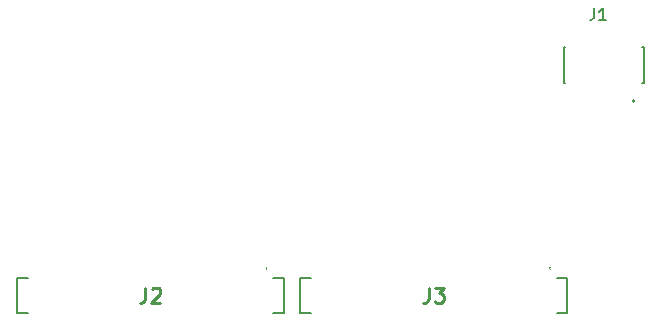
<source format=gbr>
%TF.GenerationSoftware,KiCad,Pcbnew,7.0.7*%
%TF.CreationDate,2024-02-27T20:23:58-08:00*%
%TF.ProjectId,PCBranch,50434272-616e-4636-982e-6b696361645f,rev?*%
%TF.SameCoordinates,Original*%
%TF.FileFunction,Legend,Top*%
%TF.FilePolarity,Positive*%
%FSLAX46Y46*%
G04 Gerber Fmt 4.6, Leading zero omitted, Abs format (unit mm)*
G04 Created by KiCad (PCBNEW 7.0.7) date 2024-02-27 20:23:58*
%MOMM*%
%LPD*%
G01*
G04 APERTURE LIST*
%ADD10C,0.254000*%
%ADD11C,0.150000*%
%ADD12C,0.200000*%
%ADD13C,0.100000*%
G04 APERTURE END LIST*
D10*
X32661667Y-55304318D02*
X32661667Y-56211461D01*
X32661667Y-56211461D02*
X32601190Y-56392889D01*
X32601190Y-56392889D02*
X32480238Y-56513842D01*
X32480238Y-56513842D02*
X32298809Y-56574318D01*
X32298809Y-56574318D02*
X32177857Y-56574318D01*
X33205952Y-55425270D02*
X33266428Y-55364794D01*
X33266428Y-55364794D02*
X33387381Y-55304318D01*
X33387381Y-55304318D02*
X33689762Y-55304318D01*
X33689762Y-55304318D02*
X33810714Y-55364794D01*
X33810714Y-55364794D02*
X33871190Y-55425270D01*
X33871190Y-55425270D02*
X33931667Y-55546222D01*
X33931667Y-55546222D02*
X33931667Y-55667175D01*
X33931667Y-55667175D02*
X33871190Y-55848603D01*
X33871190Y-55848603D02*
X33145476Y-56574318D01*
X33145476Y-56574318D02*
X33931667Y-56574318D01*
X56661667Y-55304318D02*
X56661667Y-56211461D01*
X56661667Y-56211461D02*
X56601190Y-56392889D01*
X56601190Y-56392889D02*
X56480238Y-56513842D01*
X56480238Y-56513842D02*
X56298809Y-56574318D01*
X56298809Y-56574318D02*
X56177857Y-56574318D01*
X57145476Y-55304318D02*
X57931667Y-55304318D01*
X57931667Y-55304318D02*
X57508333Y-55788127D01*
X57508333Y-55788127D02*
X57689762Y-55788127D01*
X57689762Y-55788127D02*
X57810714Y-55848603D01*
X57810714Y-55848603D02*
X57871190Y-55909080D01*
X57871190Y-55909080D02*
X57931667Y-56030032D01*
X57931667Y-56030032D02*
X57931667Y-56332413D01*
X57931667Y-56332413D02*
X57871190Y-56453365D01*
X57871190Y-56453365D02*
X57810714Y-56513842D01*
X57810714Y-56513842D02*
X57689762Y-56574318D01*
X57689762Y-56574318D02*
X57326905Y-56574318D01*
X57326905Y-56574318D02*
X57205952Y-56513842D01*
X57205952Y-56513842D02*
X57145476Y-56453365D01*
D11*
X70656666Y-31651819D02*
X70656666Y-32366104D01*
X70656666Y-32366104D02*
X70609047Y-32508961D01*
X70609047Y-32508961D02*
X70513809Y-32604200D01*
X70513809Y-32604200D02*
X70370952Y-32651819D01*
X70370952Y-32651819D02*
X70275714Y-32651819D01*
X71656666Y-32651819D02*
X71085238Y-32651819D01*
X71370952Y-32651819D02*
X71370952Y-31651819D01*
X71370952Y-31651819D02*
X71275714Y-31794676D01*
X71275714Y-31794676D02*
X71180476Y-31889914D01*
X71180476Y-31889914D02*
X71085238Y-31937533D01*
D12*
%TO.C,J2*%
X44385000Y-57470000D02*
X44385000Y-54530000D01*
X44385000Y-54530000D02*
X43485000Y-54530000D01*
X43485000Y-57470000D02*
X44385000Y-57470000D01*
D13*
X42885000Y-53700000D02*
X42885000Y-53700000D01*
X42885000Y-53600000D02*
X42885000Y-53600000D01*
D12*
X22685000Y-54530000D02*
X21785000Y-54530000D01*
X21785000Y-57470000D02*
X22685000Y-57470000D01*
X21785000Y-54530000D02*
X21785000Y-57470000D01*
D13*
X42885000Y-53600000D02*
G75*
G03*
X42885000Y-53700000I0J-50000D01*
G01*
X42885000Y-53700000D02*
G75*
G03*
X42885000Y-53600000I0J50000D01*
G01*
D12*
%TO.C,J3*%
X68385000Y-57470000D02*
X68385000Y-54530000D01*
X68385000Y-54530000D02*
X67485000Y-54530000D01*
X67485000Y-57470000D02*
X68385000Y-57470000D01*
D13*
X66885000Y-53700000D02*
X66885000Y-53700000D01*
X66885000Y-53600000D02*
X66885000Y-53600000D01*
D12*
X46685000Y-54530000D02*
X45785000Y-54530000D01*
X45785000Y-57470000D02*
X46685000Y-57470000D01*
X45785000Y-54530000D02*
X45785000Y-57470000D01*
D13*
X66885000Y-53600000D02*
G75*
G03*
X66885000Y-53700000I0J-50000D01*
G01*
X66885000Y-53700000D02*
G75*
G03*
X66885000Y-53600000I0J50000D01*
G01*
D12*
%TO.C,J1*%
X68065000Y-34907000D02*
X68195000Y-34907000D01*
X68065000Y-37957000D02*
X68065000Y-34907000D01*
X68195000Y-37957000D02*
X68065000Y-37957000D01*
X74715000Y-34907000D02*
X74845000Y-34907000D01*
X74845000Y-34907000D02*
X74845000Y-37957000D01*
X74845000Y-37957000D02*
X74715000Y-37957000D01*
X74095000Y-39528000D02*
G75*
G03*
X74095000Y-39528000I-100000J0D01*
G01*
%TD*%
M02*

</source>
